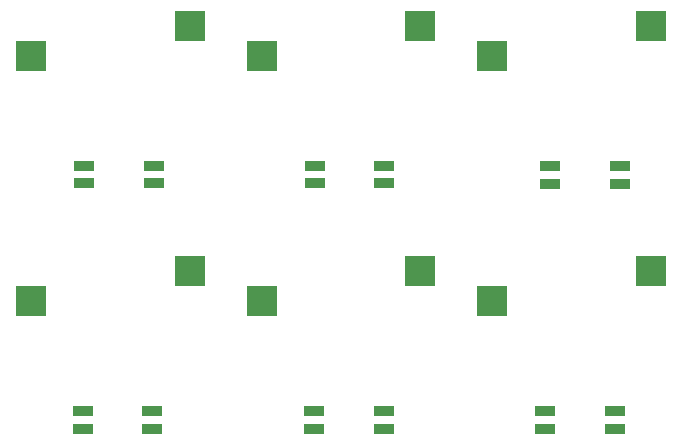
<source format=gbp>
G04*
G04 #@! TF.GenerationSoftware,Altium Limited,Altium Designer,25.4.2 (15)*
G04*
G04 Layer_Color=128*
%FSLAX44Y44*%
%MOMM*%
G71*
G04*
G04 #@! TF.SameCoordinates,99B82A19-3900-4842-934D-00B4288F025C*
G04*
G04*
G04 #@! TF.FilePolarity,Positive*
G04*
G01*
G75*
%ADD105R,1.7500X0.8128*%
%ADD106R,2.5500X2.5000*%
D105*
X500260Y104604D02*
D03*
Y89618D02*
D03*
X441332Y104604D02*
D03*
Y89618D02*
D03*
X304627Y104589D02*
D03*
Y89603D02*
D03*
X245699Y104589D02*
D03*
Y89603D02*
D03*
X108677Y104545D02*
D03*
Y89559D02*
D03*
X49749Y104545D02*
D03*
Y89559D02*
D03*
X109769Y312223D02*
D03*
Y297237D02*
D03*
X50841Y312223D02*
D03*
Y297237D02*
D03*
X304952Y312181D02*
D03*
Y297195D02*
D03*
X246024Y312181D02*
D03*
Y297195D02*
D03*
X504264Y311821D02*
D03*
Y296835D02*
D03*
X445336Y311821D02*
D03*
Y296835D02*
D03*
D106*
X530600Y430800D02*
D03*
X396100Y405400D02*
D03*
X335600Y430800D02*
D03*
X201100Y405400D02*
D03*
X140600Y430800D02*
D03*
X6100Y405400D02*
D03*
X530600Y223200D02*
D03*
X396100Y197800D02*
D03*
X335600Y223200D02*
D03*
X201100Y197800D02*
D03*
X140600Y223197D02*
D03*
X6100Y197796D02*
D03*
M02*

</source>
